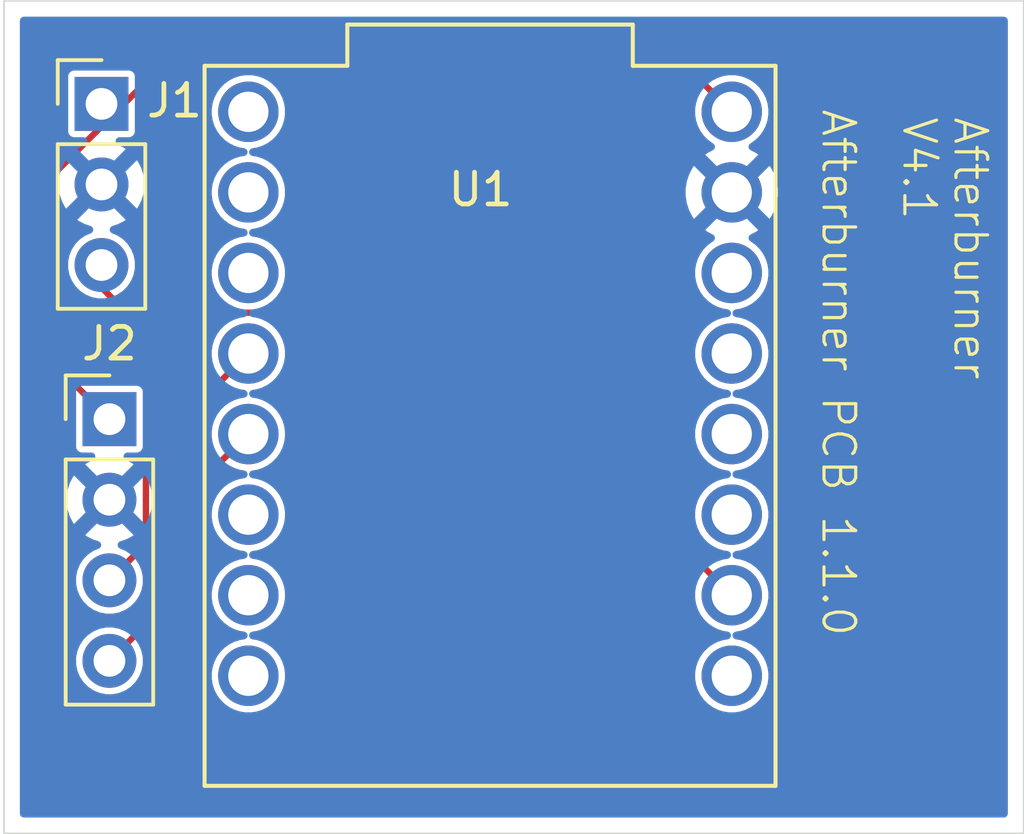
<source format=kicad_pcb>
(kicad_pcb (version 20241229) (generator "pcbnew") (generator_version "9.0")
  (layers (0 "F.Cu" signal) (2 "B.Cu" power "GND") (13 "F.Paste" user) (15 "B.Paste" user) (5 "F.SilkS" user "F.Silkscreen") (7 "B.SilkS" user "B.Silkscreen") (1 "F.Mask" user) (3 "B.Mask" user) (25 "Edge.Cuts" user))
  (net 0 "")
  (net 1 "GND")
  (net 12 "/i2c esp sdc")
  (net 13 "+3.3V")
  (net 14 "Net-(J1-Pin_3)")
  (net 15 "/i2c esp sda")
  (net 16 "VCC")
  (footprint "Library:PinHeader_1x04_P2.54mm_Vertical" (layer "F.Cu") (at 23.75 74.44)
    (property "Reference" "J2" (at 0 -2.38 0) (layer "F.SilkS"))
    (property "Value" "Display")
    (fp_line (start -1.38 -1.38) (end 0 -1.38) (stroke (width 0.12)) (layer "F.SilkS"))
    (fp_line (start -1.38 0) (end -1.38 -1.38) (stroke (width 0.12)) (layer "F.SilkS"))
    (fp_line (start -1.38 1.27) (end -1.38 9) (stroke (width 0.12)) (layer "F.SilkS"))
    (fp_line (start -1.38 1.27) (end 1.38 1.27) (stroke (width 0.12)) (layer "F.SilkS"))
    (fp_line (start -1.38 9) (end 1.38 9) (stroke (width 0.12)) (layer "F.SilkS"))
    (fp_line (start 1.38 1.27) (end 1.38 9) (stroke (width 0.12)) (layer "F.SilkS"))
    (pad "1" thru_hole rect (at 0 0) (size 1.7 1.7) (drill 1) (layers "*.Cu" "*.Mask") (net 16 "VCC"))
    (pad "2" thru_hole circle (at 0 2.54) (size 1.7 1.7) (drill 1) (layers "*.Cu" "*.Mask") (net 1 "GND"))
    (pad "3" thru_hole circle (at 0 5.08) (size 1.7 1.7) (drill 1) (layers "*.Cu" "*.Mask") (net 15 "/i2c esp sda"))
    (pad "4" thru_hole circle (at 0 7.62) (size 1.7 1.7) (drill 1) (layers "*.Cu" "*.Mask") (net 12 "/i2c esp sdc"))
  )
  (footprint "Library:PinHeader_1x03_P2.54mm_Vertical" (layer "F.Cu") (at 23.5 64.5)
    (property "Reference" "J1" (at 2.3 -0.1 0) (layer "F.SilkS"))
    (property "Value" "PulseIn")
    (fp_line (start -1.38 -1.38) (end 0 -1.38) (stroke (width 0.12)) (layer "F.SilkS"))
    (fp_line (start -1.38 0) (end -1.38 -1.38) (stroke (width 0.12)) (layer "F.SilkS"))
    (fp_line (start -1.38 1.27) (end -1.38 6.46) (stroke (width 0.12)) (layer "F.SilkS"))
    (fp_line (start -1.38 1.27) (end 1.38 1.27) (stroke (width 0.12)) (layer "F.SilkS"))
    (fp_line (start -1.38 6.46) (end 1.38 6.46) (stroke (width 0.12)) (layer "F.SilkS"))
    (fp_line (start 1.38 1.27) (end 1.38 6.46) (stroke (width 0.12)) (layer "F.SilkS"))
    (pad "1" thru_hole rect (at 0 0) (size 1.7 1.7) (drill 1) (layers "*.Cu" "*.Mask") (net 16 "VCC"))
    (pad "2" thru_hole circle (at 0 2.54) (size 1.7 1.7) (drill 1) (layers "*.Cu" "*.Mask") (net 1 "GND"))
    (pad "3" thru_hole circle (at 0 5.08) (size 1.7 1.7) (drill 1) (layers "*.Cu" "*.Mask") (net 14 "Net-(J1-Pin_3)"))
  )
  (footprint "Library:MODULE_ESP32-C3_SUPERMINI" (layer "F.Cu") (at 35.75 74.65)
    (property "Reference" "U1" (at -0.3 -7.45 0) (layer "F.SilkS"))
    (property "Value" "ESP32-C3_SUPERMINI_TH")
    (fp_line (start -9 11.35) (end -9 -11.35) (stroke (width 0.127)) (layer "F.SilkS"))
    (fp_line (start -4.5 -12.65) (end -4.5 -11.35) (stroke (width 0.127)) (layer "F.SilkS"))
    (fp_line (start -4.5 -11.35) (end -9 -11.35) (stroke (width 0.127)) (layer "F.SilkS"))
    (fp_line (start 4.5 -12.65) (end -4.5 -12.65) (stroke (width 0.127)) (layer "F.SilkS"))
    (fp_line (start 4.5 -12.65) (end 4.5 -11.35) (stroke (width 0.127)) (layer "F.SilkS"))
    (fp_line (start 9 -11.35) (end 4.5 -11.35) (stroke (width 0.127)) (layer "F.SilkS"))
    (fp_line (start 9 11.35) (end -9 11.35) (stroke (width 0.127)) (layer "F.SilkS"))
    (fp_line (start 9 11.35) (end 9 -11.35) (stroke (width 0.127)) (layer "F.SilkS"))
    (pad "0" thru_hole circle (at 7.62 7.88) (size 1.905 1.905) (drill 1.27) (layers "*.Cu" "*.Mask"))
    (pad "1" thru_hole circle (at 7.62 5.34) (size 1.905 1.905) (drill 1.27) (layers "*.Cu" "*.Mask") (net 14 "Net-(J1-Pin_3)"))
    (pad "2" thru_hole circle (at 7.62 2.8) (size 1.905 1.905) (drill 1.27) (layers "*.Cu" "*.Mask"))
    (pad "3" thru_hole circle (at 7.62 0.26) (size 1.905 1.905) (drill 1.27) (layers "*.Cu" "*.Mask"))
    (pad "3.3" thru_hole circle (at 7.62 -4.82) (size 1.905 1.905) (drill 1.27) (layers "*.Cu" "*.Mask") (net 13 "+3.3V"))
    (pad "4" thru_hole circle (at 7.62 -2.28) (size 1.905 1.905) (drill 1.27) (layers "*.Cu" "*.Mask"))
    (pad "5" thru_hole circle (at -7.62 -9.9) (size 1.905 1.905) (drill 1.27) (layers "*.Cu" "*.Mask"))
    (pad "5V" thru_hole circle (at 7.62 -9.9) (size 1.905 1.905) (drill 1.27) (layers "*.Cu" "*.Mask") (net 16 "VCC"))
    (pad "6" thru_hole circle (at -7.62 -7.36) (size 1.905 1.905) (drill 1.27) (layers "*.Cu" "*.Mask"))
    (pad "7" thru_hole circle (at -7.62 -4.82) (size 1.905 1.905) (drill 1.27) (layers "*.Cu" "*.Mask"))
    (pad "8" thru_hole circle (at -7.62 -2.28) (size 1.905 1.905) (drill 1.27) (layers "*.Cu" "*.Mask") (net 15 "/i2c esp sda"))
    (pad "9" thru_hole circle (at -7.62 0.26) (size 1.905 1.905) (drill 1.27) (layers "*.Cu" "*.Mask") (net 12 "/i2c esp sdc"))
    (pad "10" thru_hole circle (at -7.62 2.8) (size 1.905 1.905) (drill 1.27) (layers "*.Cu" "*.Mask"))
    (pad "20" thru_hole circle (at -7.62 5.34) (size 1.905 1.905) (drill 1.27) (layers "*.Cu" "*.Mask"))
    (pad "21" thru_hole circle (at -7.62 7.88) (size 1.905 1.905) (drill 1.27) (layers "*.Cu" "*.Mask"))
    (pad "G" thru_hole circle (at 7.62 -7.36) (size 1.905 1.905) (drill 1.27) (layers "*.Cu" "*.Mask") (net 1 "GND"))
  )
  (gr_rect (start 20.425 61.25) (end 52.575 87.5) (stroke (width 0.05)) (fill no) (layer "Edge.Cuts"))
  (gr_text "Afterburner\nV4.1" (at 48.7 64.85 270) (layer "F.SilkS") (effects (font (size 1 1) (thickness 0.1)) (justify left bottom)))
  (gr_text "Afterburner PCB 1.1.0" (at 46.15 64.6 270) (layer "F.SilkS") (effects (font (size 1 1) (thickness 0.1)) (justify left bottom)))
  (segment (start 25.302 77.738) (end 28.13 74.91) (width 0.2) (layer "F.Cu") (net 12))
  (segment (start 25.302 80.508) (end 25.302 77.738) (width 0.2) (layer "F.Cu") (net 12))
  (segment (start 23.75 82.06) (end 25.302 80.508) (width 0.2) (layer "F.Cu") (net 12))
  (segment (start 34.4635 71.0835) (end 43.37 79.99) (width 0.2) (layer "F.Cu") (net 14))
  (segment (start 24.2935 71.0835) (end 34.4635 71.0835) (width 0.2) (layer "F.Cu") (net 14))
  (segment (start 23.5 70.29) (end 24.2935 71.0835) (width 0.2) (layer "F.Cu") (net 14))
  (segment (start 23.75 79.52) (end 24.901 78.369) (width 0.2) (layer "F.Cu") (net 15))
  (segment (start 24.901 78.369) (end 24.901 75.599) (width 0.2) (layer "F.Cu") (net 15))
  (segment (start 24.901 75.599) (end 28.13 72.37) (width 0.2) (layer "F.Cu") (net 15))
  (segment (start 25.96 62.75) (end 23.5 65.21) (width 0.2) (layer "F.Cu") (net 16))
  (segment (start 41.37 62.75) (end 25.96 62.75) (width 0.2) (layer "F.Cu") (net 16))
  (segment (start 23.5 65.21) (end 21.101 67.609) (width 0.2) (layer "F.Cu") (net 16))
  (segment (start 21.101 71.791) (end 23.75 74.44) (width 0.2) (layer "F.Cu") (net 16))
  (segment (start 21.101 67.609) (end 21.101 71.791) (width 0.2) (layer "F.Cu") (net 16))
  (segment (start 43.37 64.75) (end 41.37 62.75) (width 0.2) (layer "F.Cu") (net 16))
  (zone (net 1) (net_name "GND") (layer "B.Cu") (name "GroundPlane") (priority 4) (connect_pads (clearance 0.2)) (min_thickness 0.25) (fill yes (thermal_gap 0.5) (thermal_bridge_width 0.5))
    (polygon (pts (xy 52.4 61.25) (xy 20.3 61.25) (xy 20.5 87.5) (xy 52.6 87.5)))
  )
)
</source>
